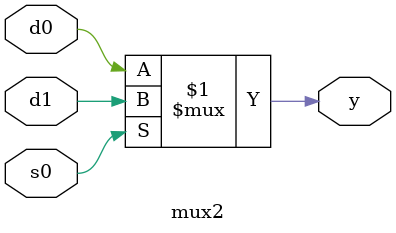
<source format=sv>

module mux2(input logic d0,d1,s0,output logic y);

assign y=s0?d1:d0;

endmodule

</source>
